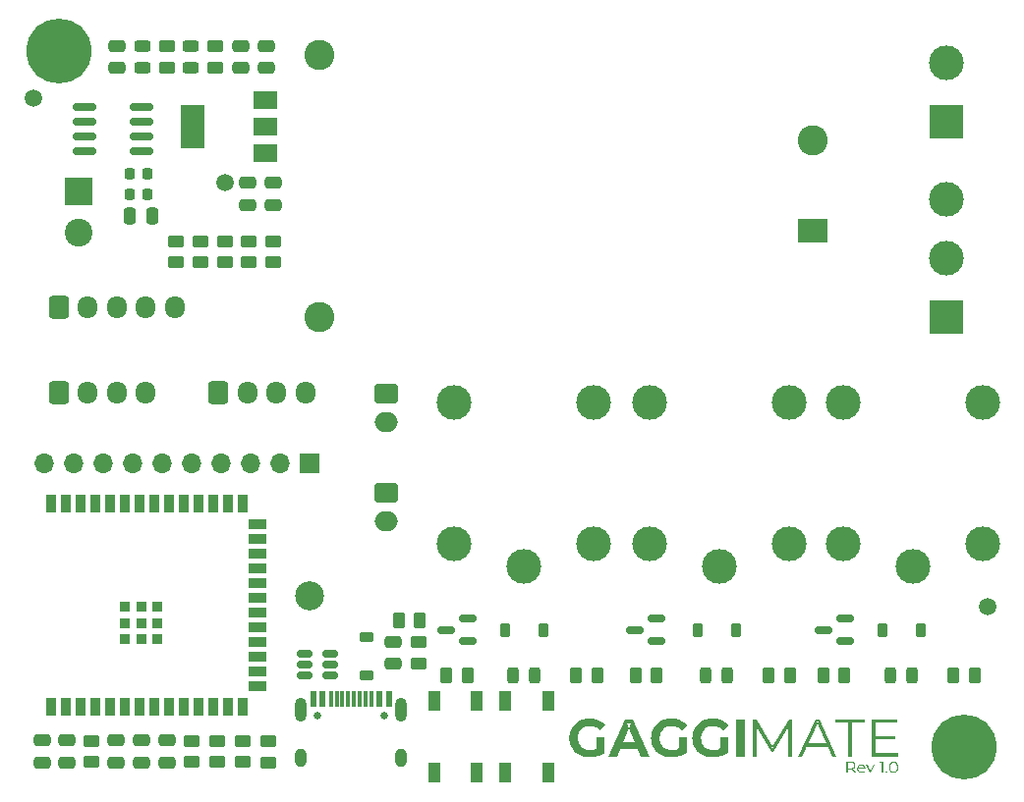
<source format=gbr>
%TF.GenerationSoftware,KiCad,Pcbnew,8.0.6*%
%TF.CreationDate,2024-11-24T17:48:57+01:00*%
%TF.ProjectId,Gaggimate,47616767-696d-4617-9465-2e6b69636164,1.0*%
%TF.SameCoordinates,Original*%
%TF.FileFunction,Soldermask,Top*%
%TF.FilePolarity,Negative*%
%FSLAX46Y46*%
G04 Gerber Fmt 4.6, Leading zero omitted, Abs format (unit mm)*
G04 Created by KiCad (PCBNEW 8.0.6) date 2024-11-24 17:48:57*
%MOMM*%
%LPD*%
G01*
G04 APERTURE LIST*
G04 Aperture macros list*
%AMRoundRect*
0 Rectangle with rounded corners*
0 $1 Rounding radius*
0 $2 $3 $4 $5 $6 $7 $8 $9 X,Y pos of 4 corners*
0 Add a 4 corners polygon primitive as box body*
4,1,4,$2,$3,$4,$5,$6,$7,$8,$9,$2,$3,0*
0 Add four circle primitives for the rounded corners*
1,1,$1+$1,$2,$3*
1,1,$1+$1,$4,$5*
1,1,$1+$1,$6,$7*
1,1,$1+$1,$8,$9*
0 Add four rect primitives between the rounded corners*
20,1,$1+$1,$2,$3,$4,$5,0*
20,1,$1+$1,$4,$5,$6,$7,0*
20,1,$1+$1,$6,$7,$8,$9,0*
20,1,$1+$1,$8,$9,$2,$3,0*%
G04 Aperture macros list end*
%ADD10C,0.125000*%
%ADD11C,0.187500*%
%ADD12C,0.750000*%
%ADD13C,2.500000*%
%ADD14R,1.100000X1.800000*%
%ADD15RoundRect,0.250000X-0.750000X0.600000X-0.750000X-0.600000X0.750000X-0.600000X0.750000X0.600000X0*%
%ADD16O,2.000000X1.700000*%
%ADD17RoundRect,0.250000X0.475000X-0.250000X0.475000X0.250000X-0.475000X0.250000X-0.475000X-0.250000X0*%
%ADD18RoundRect,0.150000X0.587500X0.150000X-0.587500X0.150000X-0.587500X-0.150000X0.587500X-0.150000X0*%
%ADD19R,0.900000X1.500000*%
%ADD20R,1.500000X0.900000*%
%ADD21R,0.900000X0.900000*%
%ADD22C,3.000000*%
%ADD23C,1.500000*%
%ADD24RoundRect,0.250000X-0.450000X0.262500X-0.450000X-0.262500X0.450000X-0.262500X0.450000X0.262500X0*%
%ADD25RoundRect,0.243750X-0.456250X0.243750X-0.456250X-0.243750X0.456250X-0.243750X0.456250X0.243750X0*%
%ADD26RoundRect,0.243750X-0.243750X-0.456250X0.243750X-0.456250X0.243750X0.456250X-0.243750X0.456250X0*%
%ADD27RoundRect,0.250000X-0.600000X-0.725000X0.600000X-0.725000X0.600000X0.725000X-0.600000X0.725000X0*%
%ADD28O,1.700000X1.950000*%
%ADD29RoundRect,0.150000X0.512500X0.150000X-0.512500X0.150000X-0.512500X-0.150000X0.512500X-0.150000X0*%
%ADD30R,3.000000X3.000000*%
%ADD31RoundRect,0.250000X-0.262500X-0.450000X0.262500X-0.450000X0.262500X0.450000X-0.262500X0.450000X0*%
%ADD32C,3.600000*%
%ADD33C,5.600000*%
%ADD34RoundRect,0.225000X-0.375000X0.225000X-0.375000X-0.225000X0.375000X-0.225000X0.375000X0.225000X0*%
%ADD35RoundRect,0.250000X0.262500X0.450000X-0.262500X0.450000X-0.262500X-0.450000X0.262500X-0.450000X0*%
%ADD36R,2.400000X2.400000*%
%ADD37C,2.400000*%
%ADD38RoundRect,0.225000X0.225000X0.375000X-0.225000X0.375000X-0.225000X-0.375000X0.225000X-0.375000X0*%
%ADD39RoundRect,0.150000X0.825000X0.150000X-0.825000X0.150000X-0.825000X-0.150000X0.825000X-0.150000X0*%
%ADD40RoundRect,0.250000X-0.475000X0.250000X-0.475000X-0.250000X0.475000X-0.250000X0.475000X0.250000X0*%
%ADD41C,0.650000*%
%ADD42R,0.600000X1.450000*%
%ADD43R,0.300000X1.450000*%
%ADD44O,1.000000X2.100000*%
%ADD45O,1.000000X1.600000*%
%ADD46R,2.600000X2.000000*%
%ADD47C,2.600000*%
%ADD48RoundRect,0.218750X-0.218750X-0.256250X0.218750X-0.256250X0.218750X0.256250X-0.218750X0.256250X0*%
%ADD49R,1.700000X1.700000*%
%ADD50O,1.700000X1.700000*%
%ADD51R,2.000000X1.500000*%
%ADD52R,2.000000X3.800000*%
%ADD53RoundRect,0.250000X-0.250000X-0.475000X0.250000X-0.475000X0.250000X0.475000X-0.250000X0.475000X0*%
G04 APERTURE END LIST*
D10*
G36*
X233498296Y-90852014D02*
G01*
X233547994Y-90857764D01*
X233600613Y-90869030D01*
X233648775Y-90885303D01*
X233660119Y-90890153D01*
X233707256Y-90915447D01*
X233747823Y-90946267D01*
X233781822Y-90982612D01*
X233797872Y-91005191D01*
X233821249Y-91049765D01*
X233836976Y-91099129D01*
X233845051Y-91153286D01*
X233846232Y-91185443D01*
X233843210Y-91235650D01*
X233832584Y-91287790D01*
X233814307Y-91335332D01*
X233797872Y-91364473D01*
X233767522Y-91403769D01*
X233730604Y-91437579D01*
X233687117Y-91465903D01*
X233660119Y-91479267D01*
X233622128Y-91493417D01*
X233861619Y-91830000D01*
X233748291Y-91830000D01*
X233524465Y-91514521D01*
X233512844Y-91516154D01*
X233460708Y-91519166D01*
X233445185Y-91519323D01*
X233181892Y-91519323D01*
X233181892Y-91830000D01*
X233079310Y-91830000D01*
X233079310Y-91430907D01*
X233181892Y-91430907D01*
X233443231Y-91430907D01*
X233495796Y-91428640D01*
X233550849Y-91420265D01*
X233599146Y-91405719D01*
X233646071Y-91381539D01*
X233666225Y-91366427D01*
X233703180Y-91325943D01*
X233728041Y-91277306D01*
X233739986Y-91227228D01*
X233742673Y-91185443D01*
X233739015Y-91136604D01*
X233725875Y-91087057D01*
X233699671Y-91039309D01*
X233666225Y-91003970D01*
X233623712Y-90975974D01*
X233572375Y-90955976D01*
X233520217Y-90945040D01*
X233470134Y-90940541D01*
X233443231Y-90939979D01*
X233181892Y-90939979D01*
X233181892Y-91430907D01*
X233079310Y-91430907D01*
X233079310Y-90850097D01*
X233445185Y-90850097D01*
X233498296Y-90852014D01*
G37*
G36*
X234382589Y-91836594D02*
G01*
X234333783Y-91834292D01*
X234281210Y-91826022D01*
X234232056Y-91811737D01*
X234186321Y-91791438D01*
X234180845Y-91788478D01*
X234139644Y-91762131D01*
X234099023Y-91727015D01*
X234064468Y-91686104D01*
X234044802Y-91655610D01*
X234023430Y-91611631D01*
X234008165Y-91564691D01*
X233999006Y-91514789D01*
X233995953Y-91461926D01*
X233998853Y-91408787D01*
X234007555Y-91358794D01*
X234022056Y-91311945D01*
X234042359Y-91268241D01*
X234071382Y-91223702D01*
X234105969Y-91184882D01*
X234146120Y-91151780D01*
X234170831Y-91135861D01*
X234218654Y-91112602D01*
X234269801Y-91096955D01*
X234324270Y-91088920D01*
X234355967Y-91087745D01*
X234406098Y-91090692D01*
X234459138Y-91101049D01*
X234508623Y-91118865D01*
X234539638Y-91134884D01*
X234582350Y-91164238D01*
X234619536Y-91199542D01*
X234651198Y-91240797D01*
X234666400Y-91266287D01*
X234688714Y-91315830D01*
X234702418Y-91363469D01*
X234710353Y-91414496D01*
X234712561Y-91461926D01*
X234712073Y-91476336D01*
X234711096Y-91491967D01*
X234071668Y-91491967D01*
X234071668Y-91417718D01*
X234658340Y-91417718D01*
X234618528Y-91447515D01*
X234614905Y-91394991D01*
X234603027Y-91346566D01*
X234585067Y-91306099D01*
X234555918Y-91263314D01*
X234519762Y-91228017D01*
X234491766Y-91208646D01*
X234445077Y-91186916D01*
X234393306Y-91175215D01*
X234355967Y-91172986D01*
X234305511Y-91177200D01*
X234254878Y-91191408D01*
X234219924Y-91208646D01*
X234178868Y-91239020D01*
X234145094Y-91277018D01*
X234126623Y-91306587D01*
X234107572Y-91351628D01*
X234096429Y-91401114D01*
X234093162Y-91449958D01*
X234093162Y-91466566D01*
X234096763Y-91516479D01*
X234109045Y-91567140D01*
X234130042Y-91613356D01*
X234159000Y-91653892D01*
X234194827Y-91687848D01*
X234233357Y-91713007D01*
X234281143Y-91733448D01*
X234333488Y-91745405D01*
X234385032Y-91748911D01*
X234434548Y-91745545D01*
X234485013Y-91734302D01*
X234510817Y-91724975D01*
X234555226Y-91701258D01*
X234593991Y-91669397D01*
X234609979Y-91651946D01*
X234665911Y-91716915D01*
X234629303Y-91753896D01*
X234586980Y-91784239D01*
X234543545Y-91806064D01*
X234496448Y-91822164D01*
X234446440Y-91832301D01*
X234393522Y-91836475D01*
X234382589Y-91836594D01*
G37*
G36*
X235090894Y-91830000D02*
G01*
X234764097Y-91094340D01*
X234868633Y-91094340D01*
X235167830Y-91776266D01*
X235118493Y-91776266D01*
X235421598Y-91094340D01*
X235520517Y-91094340D01*
X235192743Y-91830000D01*
X235090894Y-91830000D01*
G37*
G36*
X236130391Y-91830000D02*
G01*
X236130391Y-90892351D01*
X236175576Y-90939979D01*
X235899826Y-90939979D01*
X235899826Y-90850097D01*
X236232240Y-90850097D01*
X236232240Y-91830000D01*
X236130391Y-91830000D01*
G37*
G36*
X236541208Y-91836594D02*
G01*
X236493951Y-91819951D01*
X236488207Y-91814856D01*
X236466524Y-91770459D01*
X236465981Y-91760635D01*
X236481804Y-91712624D01*
X236488207Y-91705680D01*
X236533701Y-91684763D01*
X236541208Y-91684431D01*
X236588091Y-91700700D01*
X236593720Y-91705680D01*
X236615165Y-91750406D01*
X236615702Y-91760635D01*
X236600053Y-91807737D01*
X236593720Y-91814856D01*
X236548707Y-91836254D01*
X236541208Y-91836594D01*
G37*
G36*
X237192619Y-90844800D02*
G01*
X237244688Y-90856020D01*
X237293613Y-90874720D01*
X237339393Y-90900900D01*
X237381220Y-90933949D01*
X237418284Y-90973501D01*
X237446808Y-91013443D01*
X237471685Y-91058365D01*
X237478123Y-91072114D01*
X237497823Y-91123086D01*
X237510858Y-91170181D01*
X237520337Y-91220419D01*
X237526262Y-91273799D01*
X237528632Y-91330322D01*
X237528682Y-91340048D01*
X237526904Y-91397021D01*
X237521572Y-91450885D01*
X237512685Y-91501641D01*
X237500242Y-91549288D01*
X237481234Y-91600948D01*
X237478123Y-91607983D01*
X237454288Y-91654338D01*
X237426806Y-91695738D01*
X237390932Y-91736985D01*
X237350296Y-91771759D01*
X237339393Y-91779441D01*
X237293613Y-91805514D01*
X237244688Y-91824138D01*
X237192619Y-91835312D01*
X237137404Y-91839036D01*
X237082389Y-91835312D01*
X237030426Y-91824138D01*
X236981516Y-91805514D01*
X236935660Y-91779441D01*
X236893711Y-91746285D01*
X236856525Y-91706657D01*
X236827894Y-91666673D01*
X236802910Y-91621733D01*
X236796441Y-91607983D01*
X236776837Y-91556927D01*
X236763865Y-91509798D01*
X236754431Y-91459560D01*
X236748535Y-91406214D01*
X236746177Y-91349760D01*
X236746127Y-91340048D01*
X236849442Y-91340048D01*
X236851172Y-91395407D01*
X236856361Y-91446931D01*
X236866528Y-91501123D01*
X236881213Y-91550307D01*
X236885590Y-91561821D01*
X236908340Y-91609352D01*
X236935650Y-91650006D01*
X236971342Y-91687110D01*
X236987195Y-91699574D01*
X237029990Y-91724303D01*
X237076554Y-91739874D01*
X237126886Y-91746285D01*
X237137404Y-91746468D01*
X237189168Y-91741889D01*
X237236685Y-91728150D01*
X237279957Y-91705252D01*
X237288102Y-91699574D01*
X237325764Y-91665866D01*
X237357845Y-91623668D01*
X237381946Y-91578429D01*
X237388975Y-91561821D01*
X237404896Y-91513888D01*
X237416269Y-91460949D01*
X237422488Y-91410519D01*
X237425225Y-91356256D01*
X237425367Y-91340048D01*
X237423625Y-91284428D01*
X237418401Y-91232758D01*
X237408166Y-91178544D01*
X237393381Y-91129489D01*
X237388975Y-91118032D01*
X237366381Y-91070618D01*
X237335975Y-91025958D01*
X237299987Y-90989741D01*
X237288102Y-90980523D01*
X237245679Y-90955664D01*
X237199011Y-90940013D01*
X237148097Y-90933568D01*
X237137404Y-90933384D01*
X237086319Y-90937987D01*
X237039001Y-90951798D01*
X236995453Y-90974815D01*
X236987195Y-90980523D01*
X236949252Y-91014206D01*
X236916937Y-91056334D01*
X236892667Y-91101467D01*
X236885590Y-91118032D01*
X236869775Y-91165796D01*
X236858479Y-91218721D01*
X236852302Y-91269262D01*
X236849583Y-91323754D01*
X236849442Y-91340048D01*
X236746127Y-91340048D01*
X236747896Y-91283001D01*
X236753203Y-91229097D01*
X236762047Y-91178336D01*
X236774429Y-91130717D01*
X236793346Y-91079134D01*
X236796441Y-91072114D01*
X236820384Y-91025770D01*
X236847973Y-90984405D01*
X236883968Y-90943227D01*
X236924726Y-90908552D01*
X236935660Y-90900900D01*
X236981516Y-90874720D01*
X237030426Y-90856020D01*
X237082389Y-90844800D01*
X237137404Y-90841060D01*
X237192619Y-90844800D01*
G37*
D11*
G36*
X225027930Y-90439001D02*
G01*
X225027930Y-87205323D01*
X225308419Y-87205323D01*
X226786625Y-89728913D01*
X226637515Y-89728913D01*
X228103632Y-87205323D01*
X228383314Y-87205323D01*
X228385732Y-90439001D01*
X228057690Y-90439001D01*
X228055272Y-87718746D01*
X228136678Y-87718746D01*
X226785819Y-90026328D01*
X226625425Y-90026328D01*
X225264895Y-87718746D01*
X225355973Y-87718746D01*
X225355973Y-90439001D01*
X225027930Y-90439001D01*
G37*
G36*
X228920917Y-90439001D02*
G01*
X230398318Y-87205323D01*
X230734420Y-87205323D01*
X232215045Y-90439001D01*
X231854762Y-90439001D01*
X230495038Y-87401987D01*
X230635282Y-87401987D01*
X229275558Y-90439001D01*
X228920917Y-90439001D01*
G37*
G36*
X229501238Y-89576579D02*
G01*
X229602794Y-89297703D01*
X231484002Y-89297703D01*
X231587976Y-89576579D01*
X229501238Y-89576579D01*
G37*
G36*
X233216905Y-90439001D02*
G01*
X233216905Y-87501931D01*
X232078831Y-87501931D01*
X232078831Y-87205323D01*
X234694305Y-87205323D01*
X234694305Y-87501931D01*
X233555425Y-87501931D01*
X233555425Y-90439001D01*
X233216905Y-90439001D01*
G37*
G36*
X235543025Y-88650483D02*
G01*
X237252554Y-88650483D01*
X237252554Y-88942256D01*
X235543025Y-88942256D01*
X235543025Y-88650483D01*
G37*
G36*
X235576877Y-90141586D02*
G01*
X237522564Y-90141586D01*
X237522564Y-90439001D01*
X235238356Y-90439001D01*
X235238356Y-87205323D01*
X237455666Y-87205323D01*
X237455666Y-87501931D01*
X235576877Y-87501931D01*
X235576877Y-90141586D01*
G37*
D12*
G36*
X210943269Y-90493809D02*
G01*
X210779292Y-90487946D01*
X210598786Y-90466889D01*
X210425634Y-90430519D01*
X210259837Y-90378834D01*
X210239630Y-90371296D01*
X210084122Y-90303643D01*
X209939193Y-90223194D01*
X209804842Y-90129949D01*
X209681071Y-90023910D01*
X209569188Y-89906133D01*
X209470503Y-89778482D01*
X209385016Y-89640958D01*
X209312728Y-89493561D01*
X209255250Y-89337045D01*
X209214194Y-89172974D01*
X209189561Y-89001346D01*
X209181350Y-88822162D01*
X209189561Y-88642978D01*
X209214194Y-88471350D01*
X209255250Y-88307278D01*
X209312728Y-88150763D01*
X209385117Y-88003063D01*
X209470906Y-87865438D01*
X209570094Y-87737888D01*
X209682683Y-87620414D01*
X209807663Y-87514374D01*
X209943223Y-87421130D01*
X210089361Y-87340681D01*
X210246078Y-87273027D01*
X210412064Y-87219428D01*
X210586009Y-87181143D01*
X210767913Y-87158172D01*
X210933609Y-87150634D01*
X210957777Y-87150515D01*
X211141952Y-87157341D01*
X211317874Y-87177821D01*
X211485542Y-87211954D01*
X211644956Y-87259741D01*
X211732344Y-87293177D01*
X211897877Y-87372266D01*
X212049506Y-87467676D01*
X212187231Y-87579408D01*
X212311053Y-87707462D01*
X211833900Y-88151569D01*
X211708010Y-88034899D01*
X211575262Y-87940897D01*
X211448632Y-87875110D01*
X211287608Y-87820100D01*
X211115249Y-87790480D01*
X210994047Y-87784838D01*
X210824673Y-87795379D01*
X210665954Y-87827002D01*
X210566060Y-87859796D01*
X210417014Y-87931208D01*
X210276141Y-88031618D01*
X210230764Y-88073386D01*
X210120238Y-88204012D01*
X210034087Y-88354693D01*
X210013949Y-88401429D01*
X209964895Y-88562242D01*
X209941811Y-88722964D01*
X209938185Y-88822162D01*
X209948839Y-88986057D01*
X209984428Y-89152866D01*
X210013949Y-89238058D01*
X210086671Y-89384229D01*
X210188492Y-89522899D01*
X210230764Y-89567713D01*
X210363748Y-89677688D01*
X210504362Y-89758258D01*
X210562836Y-89783721D01*
X210724826Y-89832776D01*
X210886398Y-89855860D01*
X210985987Y-89859485D01*
X211151394Y-89849398D01*
X211312720Y-89819135D01*
X211418004Y-89787751D01*
X211574041Y-89719292D01*
X211715083Y-89631844D01*
X211829064Y-89542727D01*
X212252215Y-90081942D01*
X212114439Y-90176697D01*
X211966286Y-90259464D01*
X211807756Y-90330241D01*
X211638848Y-90389028D01*
X211464802Y-90434870D01*
X211290857Y-90467614D01*
X211117013Y-90487260D01*
X210943269Y-90493809D01*
G37*
G36*
X211569532Y-89985222D02*
G01*
X211569532Y-88770578D01*
X212252215Y-88770578D01*
X212252215Y-90081942D01*
X211569532Y-89985222D01*
G37*
G36*
X212515778Y-90439001D02*
G01*
X213957714Y-87205323D01*
X214697623Y-87205323D01*
X216141978Y-90439001D01*
X215360963Y-90439001D01*
X214174528Y-87585756D01*
X214471137Y-87585756D01*
X213284703Y-90439001D01*
X212515778Y-90439001D01*
G37*
G36*
X213239567Y-89747451D02*
G01*
X213436231Y-89179220D01*
X215102236Y-89179220D01*
X215301318Y-89747451D01*
X213239567Y-89747451D01*
G37*
G36*
X217994169Y-90493809D02*
G01*
X217830193Y-90487946D01*
X217649686Y-90466889D01*
X217476534Y-90430519D01*
X217310737Y-90378834D01*
X217290530Y-90371296D01*
X217135022Y-90303643D01*
X216990093Y-90223194D01*
X216855742Y-90129949D01*
X216731971Y-90023910D01*
X216620088Y-89906133D01*
X216521403Y-89778482D01*
X216435917Y-89640958D01*
X216363628Y-89493561D01*
X216306150Y-89337045D01*
X216265095Y-89172974D01*
X216240461Y-89001346D01*
X216232250Y-88822162D01*
X216240461Y-88642978D01*
X216265095Y-88471350D01*
X216306150Y-88307278D01*
X216363628Y-88150763D01*
X216436017Y-88003063D01*
X216521806Y-87865438D01*
X216620995Y-87737888D01*
X216733583Y-87620414D01*
X216858563Y-87514374D01*
X216994123Y-87421130D01*
X217140261Y-87340681D01*
X217296978Y-87273027D01*
X217462964Y-87219428D01*
X217636909Y-87181143D01*
X217818813Y-87158172D01*
X217984509Y-87150634D01*
X218008677Y-87150515D01*
X218192852Y-87157341D01*
X218368774Y-87177821D01*
X218536442Y-87211954D01*
X218695856Y-87259741D01*
X218783244Y-87293177D01*
X218948777Y-87372266D01*
X219100406Y-87467676D01*
X219238131Y-87579408D01*
X219361953Y-87707462D01*
X218884801Y-88151569D01*
X218758910Y-88034899D01*
X218626162Y-87940897D01*
X218499532Y-87875110D01*
X218338508Y-87820100D01*
X218166150Y-87790480D01*
X218044947Y-87784838D01*
X217875574Y-87795379D01*
X217716854Y-87827002D01*
X217616960Y-87859796D01*
X217467915Y-87931208D01*
X217327041Y-88031618D01*
X217281664Y-88073386D01*
X217171138Y-88204012D01*
X217084987Y-88354693D01*
X217064849Y-88401429D01*
X217015795Y-88562242D01*
X216992711Y-88722964D01*
X216989085Y-88822162D01*
X216999740Y-88986057D01*
X217035328Y-89152866D01*
X217064849Y-89238058D01*
X217137571Y-89384229D01*
X217239392Y-89522899D01*
X217281664Y-89567713D01*
X217414648Y-89677688D01*
X217555262Y-89758258D01*
X217613736Y-89783721D01*
X217775726Y-89832776D01*
X217937298Y-89855860D01*
X218036887Y-89859485D01*
X218202294Y-89849398D01*
X218363620Y-89819135D01*
X218468904Y-89787751D01*
X218624941Y-89719292D01*
X218765983Y-89631844D01*
X218879965Y-89542727D01*
X219303115Y-90081942D01*
X219165339Y-90176697D01*
X219017186Y-90259464D01*
X218858656Y-90330241D01*
X218689748Y-90389028D01*
X218515702Y-90434870D01*
X218341757Y-90467614D01*
X218167913Y-90487260D01*
X217994169Y-90493809D01*
G37*
G36*
X218620432Y-89985222D02*
G01*
X218620432Y-88770578D01*
X219303115Y-88770578D01*
X219303115Y-90081942D01*
X218620432Y-89985222D01*
G37*
G36*
X221553471Y-90493809D02*
G01*
X221389495Y-90487946D01*
X221208988Y-90466889D01*
X221035837Y-90430519D01*
X220870040Y-90378834D01*
X220849832Y-90371296D01*
X220694324Y-90303643D01*
X220549395Y-90223194D01*
X220415045Y-90129949D01*
X220291273Y-90023910D01*
X220179390Y-89906133D01*
X220080705Y-89778482D01*
X219995219Y-89640958D01*
X219922930Y-89493561D01*
X219865452Y-89337045D01*
X219824397Y-89172974D01*
X219799763Y-89001346D01*
X219791552Y-88822162D01*
X219799763Y-88642978D01*
X219824397Y-88471350D01*
X219865452Y-88307278D01*
X219922930Y-88150763D01*
X219995319Y-88003063D01*
X220081108Y-87865438D01*
X220180297Y-87737888D01*
X220292885Y-87620414D01*
X220417866Y-87514374D01*
X220553425Y-87421130D01*
X220699563Y-87340681D01*
X220856280Y-87273027D01*
X221022266Y-87219428D01*
X221196211Y-87181143D01*
X221378116Y-87158172D01*
X221543811Y-87150634D01*
X221567979Y-87150515D01*
X221752155Y-87157341D01*
X221928076Y-87177821D01*
X222095744Y-87211954D01*
X222255158Y-87259741D01*
X222342547Y-87293177D01*
X222508079Y-87372266D01*
X222659708Y-87467676D01*
X222797434Y-87579408D01*
X222921256Y-87707462D01*
X222444103Y-88151569D01*
X222318212Y-88034899D01*
X222185464Y-87940897D01*
X222058834Y-87875110D01*
X221897810Y-87820100D01*
X221725452Y-87790480D01*
X221604249Y-87784838D01*
X221434876Y-87795379D01*
X221276156Y-87827002D01*
X221176263Y-87859796D01*
X221027217Y-87931208D01*
X220886343Y-88031618D01*
X220840966Y-88073386D01*
X220730440Y-88204012D01*
X220644289Y-88354693D01*
X220624152Y-88401429D01*
X220575097Y-88562242D01*
X220552013Y-88722964D01*
X220548387Y-88822162D01*
X220559042Y-88986057D01*
X220594630Y-89152866D01*
X220624152Y-89238058D01*
X220696874Y-89384229D01*
X220798694Y-89522899D01*
X220840966Y-89567713D01*
X220973950Y-89677688D01*
X221114564Y-89758258D01*
X221173039Y-89783721D01*
X221335028Y-89832776D01*
X221496600Y-89855860D01*
X221596189Y-89859485D01*
X221761596Y-89849398D01*
X221922922Y-89819135D01*
X222028206Y-89787751D01*
X222184243Y-89719292D01*
X222325285Y-89631844D01*
X222439267Y-89542727D01*
X222862418Y-90081942D01*
X222724642Y-90176697D01*
X222576489Y-90259464D01*
X222417958Y-90330241D01*
X222249050Y-90389028D01*
X222075005Y-90434870D01*
X221901059Y-90467614D01*
X221727215Y-90487260D01*
X221553471Y-90493809D01*
G37*
G36*
X222179734Y-89985222D02*
G01*
X222179734Y-88770578D01*
X222862418Y-88770578D01*
X222862418Y-90081942D01*
X222179734Y-89985222D01*
G37*
G36*
X223552355Y-90439001D02*
G01*
X223552355Y-87205323D01*
X224302742Y-87205323D01*
X224302742Y-90439001D01*
X223552355Y-90439001D01*
G37*
D13*
%TO.C,REF\u002A\u002A*%
X186860000Y-76600000D03*
%TD*%
D14*
%TO.C,SW1*%
X207350000Y-85600000D03*
X207350000Y-91800000D03*
X203650000Y-85600000D03*
X203650000Y-91800000D03*
%TD*%
D15*
%TO.C,J10*%
X193400000Y-67650000D03*
D16*
X193400000Y-70150000D03*
%TD*%
D17*
%TO.C,C3*%
X180900000Y-31050000D03*
X180900000Y-29150000D03*
%TD*%
D18*
%TO.C,Q3*%
X200475000Y-80450000D03*
X200475000Y-78550000D03*
X198600000Y-79500000D03*
%TD*%
D19*
%TO.C,U1*%
X164580000Y-86150000D03*
X165850000Y-86150000D03*
X167120000Y-86150000D03*
X168390000Y-86150000D03*
X169660000Y-86150000D03*
X170930000Y-86150000D03*
X172200000Y-86150000D03*
X173470000Y-86150000D03*
X174740000Y-86150000D03*
X176010000Y-86150000D03*
X177280000Y-86150000D03*
X178550000Y-86150000D03*
X179820000Y-86150000D03*
X181090000Y-86150000D03*
D20*
X182340000Y-84385000D03*
X182340000Y-83115000D03*
X182340000Y-81845000D03*
X182340000Y-80575000D03*
X182340000Y-79305000D03*
X182340000Y-78035000D03*
X182340000Y-76765000D03*
X182340000Y-75495000D03*
X182340000Y-74225000D03*
X182340000Y-72955000D03*
X182340000Y-71685000D03*
X182340000Y-70415000D03*
D19*
X181090000Y-68650000D03*
X179820000Y-68650000D03*
X178550000Y-68650000D03*
X177280000Y-68650000D03*
X176010000Y-68650000D03*
X174740000Y-68650000D03*
X173470000Y-68650000D03*
X172200000Y-68650000D03*
X170930000Y-68650000D03*
X169660000Y-68650000D03*
X168390000Y-68650000D03*
X167120000Y-68650000D03*
X165850000Y-68650000D03*
X164580000Y-68650000D03*
D21*
X170900000Y-80300000D03*
X172300000Y-80300000D03*
X173700000Y-80300000D03*
X173700000Y-80300000D03*
X170900000Y-78900000D03*
X170900000Y-78900000D03*
X172300000Y-78900000D03*
X173700000Y-78900000D03*
X170900000Y-77500000D03*
X172300000Y-77500000D03*
X173700000Y-77500000D03*
%TD*%
D22*
%TO.C,K1*%
X238800000Y-74050000D03*
X232800000Y-59850000D03*
X244800000Y-59850000D03*
X244800000Y-72050000D03*
X232800000Y-72050000D03*
%TD*%
D23*
%TO.C,REF\u002A\u002A*%
X245200000Y-77500000D03*
%TD*%
D14*
%TO.C,SW2*%
X201250000Y-85600000D03*
X201250000Y-91800000D03*
X197550000Y-85600000D03*
X197550000Y-91800000D03*
%TD*%
D24*
%TO.C,R10*%
X181600000Y-45987500D03*
X181600000Y-47812500D03*
%TD*%
%TO.C,R12*%
X175300000Y-45987500D03*
X175300000Y-47812500D03*
%TD*%
D25*
%TO.C,D12*%
X176600000Y-29162500D03*
X176600000Y-31037500D03*
%TD*%
D26*
%TO.C,D5*%
X236862500Y-83400000D03*
X238737500Y-83400000D03*
%TD*%
D17*
%TO.C,C11*%
X170200000Y-31050000D03*
X170200000Y-29150000D03*
%TD*%
D27*
%TO.C,J9*%
X165200000Y-59000000D03*
D28*
X167700000Y-59000000D03*
X170200000Y-59000000D03*
X172700000Y-59000000D03*
%TD*%
D29*
%TO.C,U3*%
X188637500Y-83450000D03*
X188637500Y-82500000D03*
X188637500Y-81550000D03*
X186362500Y-81550000D03*
X186362500Y-82500000D03*
X186362500Y-83450000D03*
%TD*%
D30*
%TO.C,J3*%
X241700000Y-52540000D03*
D22*
X241700000Y-47460000D03*
X241700000Y-42380000D03*
%TD*%
%TO.C,K3*%
X205300000Y-74050000D03*
X199300000Y-59850000D03*
X211300000Y-59850000D03*
X211300000Y-72050000D03*
X199300000Y-72050000D03*
%TD*%
D23*
%TO.C,REF\u002A\u002A*%
X179500000Y-40900000D03*
%TD*%
D27*
%TO.C,J5*%
X165200000Y-51700000D03*
D28*
X167700000Y-51700000D03*
X170200000Y-51700000D03*
X172700000Y-51700000D03*
X175200000Y-51700000D03*
%TD*%
D31*
%TO.C,R9*%
X209787500Y-83400000D03*
X211612500Y-83400000D03*
%TD*%
D18*
%TO.C,Q2*%
X216737500Y-80450000D03*
X216737500Y-78550000D03*
X214862500Y-79500000D03*
%TD*%
D32*
%TO.C,H1*%
X165200000Y-29600000D03*
D33*
X165200000Y-29600000D03*
%TD*%
D34*
%TO.C,D1*%
X191700000Y-80150000D03*
X191700000Y-83450000D03*
%TD*%
D17*
%TO.C,C9*%
X174500000Y-90950000D03*
X174500000Y-89050000D03*
%TD*%
D24*
%TO.C,R19*%
X178700000Y-29187500D03*
X178700000Y-31012500D03*
%TD*%
D31*
%TO.C,R7*%
X226387500Y-83400000D03*
X228212500Y-83400000D03*
%TD*%
D23*
%TO.C,REF\u002A\u002A*%
X163000000Y-33600000D03*
%TD*%
D35*
%TO.C,R4*%
X232912500Y-83400000D03*
X231087500Y-83400000D03*
%TD*%
%TO.C,R8*%
X200450000Y-83400000D03*
X198625000Y-83400000D03*
%TD*%
D24*
%TO.C,R15*%
X178900000Y-89087500D03*
X178900000Y-90912500D03*
%TD*%
D36*
%TO.C,J7*%
X166900000Y-41700000D03*
D37*
X166900000Y-45200000D03*
%TD*%
D38*
%TO.C,D8*%
X223550000Y-79500000D03*
X220250000Y-79500000D03*
%TD*%
D39*
%TO.C,U6*%
X172375000Y-38205000D03*
X172375000Y-36935000D03*
X172375000Y-35665000D03*
X172375000Y-34395000D03*
X167425000Y-34395000D03*
X167425000Y-35665000D03*
X167425000Y-36935000D03*
X167425000Y-38205000D03*
%TD*%
D27*
%TO.C,J4*%
X178970000Y-59000000D03*
D28*
X181470000Y-59000000D03*
X183970000Y-59000000D03*
X186470000Y-59000000D03*
%TD*%
D24*
%TO.C,R14*%
X176700000Y-89087500D03*
X176700000Y-90912500D03*
%TD*%
D25*
%TO.C,D11*%
X172400000Y-29162500D03*
X172400000Y-31037500D03*
%TD*%
D17*
%TO.C,C10*%
X172300000Y-90950000D03*
X172300000Y-89050000D03*
%TD*%
D32*
%TO.C,H1*%
X243200000Y-89600000D03*
D33*
X243200000Y-89600000D03*
%TD*%
D18*
%TO.C,Q1*%
X232937500Y-80450000D03*
X232937500Y-78550000D03*
X231062500Y-79500000D03*
%TD*%
D35*
%TO.C,R6*%
X216712500Y-83400000D03*
X214887500Y-83400000D03*
%TD*%
D40*
%TO.C,C1*%
X194000000Y-80550000D03*
X194000000Y-82450000D03*
%TD*%
D38*
%TO.C,D10*%
X206950000Y-79500000D03*
X203650000Y-79500000D03*
%TD*%
D41*
%TO.C,J1*%
X187510000Y-86900000D03*
X193290000Y-86900000D03*
D42*
X187150000Y-85455000D03*
X187950000Y-85455000D03*
D43*
X189150000Y-85455000D03*
X190150000Y-85455000D03*
X190650000Y-85455000D03*
X191650000Y-85455000D03*
D42*
X192850000Y-85455000D03*
X193650000Y-85455000D03*
X193650000Y-85455000D03*
X192850000Y-85455000D03*
D43*
X192150000Y-85455000D03*
X191150000Y-85455000D03*
X189650000Y-85455000D03*
X188650000Y-85455000D03*
D42*
X187950000Y-85455000D03*
X187150000Y-85455000D03*
D44*
X186080000Y-86370000D03*
D45*
X186080000Y-90550000D03*
D44*
X194720000Y-86370000D03*
D45*
X194720000Y-90550000D03*
%TD*%
D40*
%TO.C,C6*%
X163800000Y-89050000D03*
X163800000Y-90950000D03*
%TD*%
D24*
%TO.C,R13*%
X177400000Y-45987500D03*
X177400000Y-47812500D03*
%TD*%
D46*
%TO.C,PS1*%
X230200000Y-45100000D03*
D47*
X230200000Y-37300000D03*
X187700000Y-52500000D03*
X187700000Y-29900000D03*
%TD*%
D40*
%TO.C,C4*%
X183700000Y-40950000D03*
X183700000Y-42850000D03*
%TD*%
D31*
%TO.C,R1*%
X194487500Y-78700000D03*
X196312500Y-78700000D03*
%TD*%
D48*
%TO.C,L2*%
X171312500Y-41900000D03*
X172887500Y-41900000D03*
%TD*%
D24*
%TO.C,R11*%
X183700000Y-45987500D03*
X183700000Y-47812500D03*
%TD*%
%TO.C,R16*%
X179500000Y-45987500D03*
X179500000Y-47812500D03*
%TD*%
D15*
%TO.C,J8*%
X193400000Y-59100000D03*
D16*
X193400000Y-61600000D03*
%TD*%
D24*
%TO.C,R21*%
X181100000Y-89087500D03*
X181100000Y-90912500D03*
%TD*%
%TO.C,R20*%
X183300000Y-89100000D03*
X183300000Y-90925000D03*
%TD*%
%TO.C,R2*%
X196200000Y-80587500D03*
X196200000Y-82412500D03*
%TD*%
D49*
%TO.C,J6*%
X186860000Y-65100000D03*
D50*
X184320000Y-65100000D03*
X181780000Y-65100000D03*
X179240000Y-65100000D03*
X176700000Y-65100000D03*
X174160000Y-65100000D03*
X171620000Y-65100000D03*
X169080000Y-65100000D03*
X166540000Y-65100000D03*
X164000000Y-65100000D03*
%TD*%
D17*
%TO.C,C2*%
X183100000Y-31050000D03*
X183100000Y-29150000D03*
%TD*%
%TO.C,C8*%
X170100000Y-90950000D03*
X170100000Y-89050000D03*
%TD*%
D26*
%TO.C,D7*%
X220962500Y-83400000D03*
X222837500Y-83400000D03*
%TD*%
D30*
%TO.C,J2*%
X241700000Y-35680000D03*
D22*
X241700000Y-30600000D03*
%TD*%
D40*
%TO.C,C5*%
X181490000Y-40950000D03*
X181490000Y-42850000D03*
%TD*%
%TO.C,C7*%
X165890000Y-89050000D03*
X165890000Y-90950000D03*
%TD*%
D51*
%TO.C,U2*%
X183050000Y-38400000D03*
X183050000Y-36100000D03*
D52*
X176750000Y-36100000D03*
D51*
X183050000Y-33800000D03*
%TD*%
D31*
%TO.C,R5*%
X242287500Y-83400000D03*
X244112500Y-83400000D03*
%TD*%
D22*
%TO.C,K2*%
X222100000Y-74050000D03*
X216100000Y-59850000D03*
X228100000Y-59850000D03*
X228100000Y-72050000D03*
X216100000Y-72050000D03*
%TD*%
D26*
%TO.C,D9*%
X204362500Y-83400000D03*
X206237500Y-83400000D03*
%TD*%
D24*
%TO.C,R3*%
X168000000Y-89087500D03*
X168000000Y-90912500D03*
%TD*%
D38*
%TO.C,D6*%
X239450000Y-79500000D03*
X236150000Y-79500000D03*
%TD*%
D48*
%TO.C,L1*%
X171312500Y-40200000D03*
X172887500Y-40200000D03*
%TD*%
D24*
%TO.C,R18*%
X174500000Y-29187500D03*
X174500000Y-31012500D03*
%TD*%
D53*
%TO.C,C14*%
X171350000Y-43800000D03*
X173250000Y-43800000D03*
%TD*%
M02*

</source>
